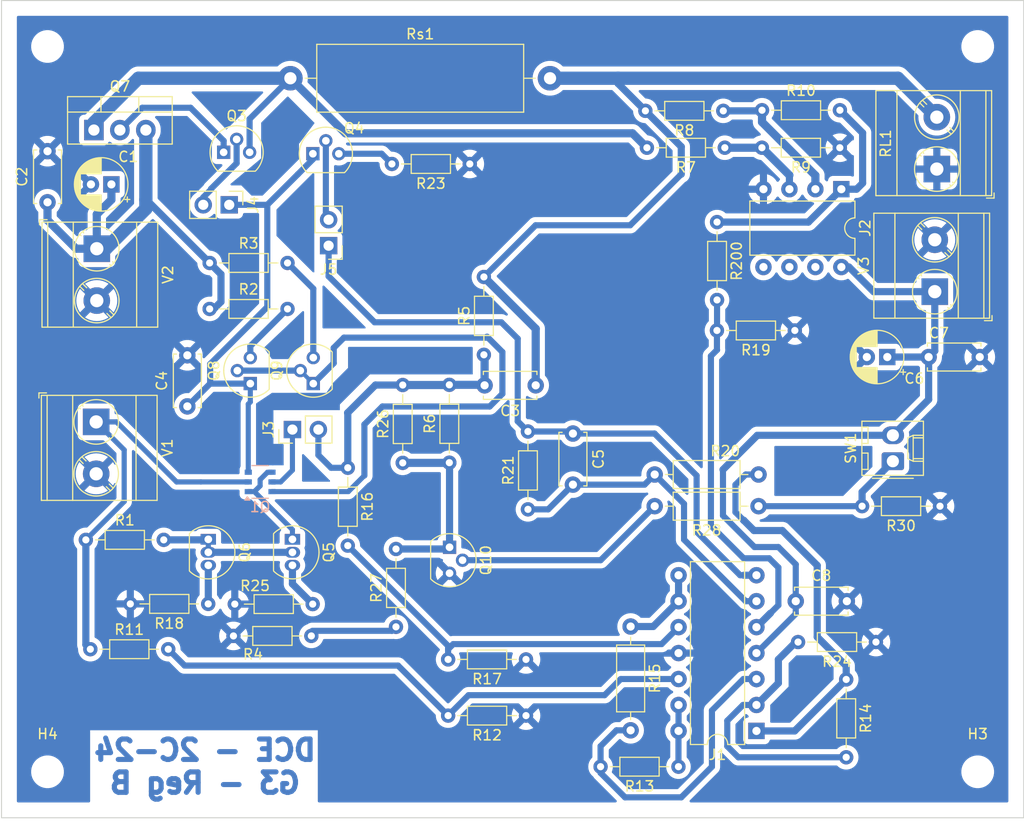
<source format=kicad_pcb>
(kicad_pcb (version 20240108) (generator "pcbnew") (generator_version "8.0")
  (layers (0 "F.Cu" signal) (31 "B.Cu" signal) (34 "B.Paste" user) (35 "F.Paste" user) (36 "B.SilkS" user "B.Silkscreen") (37 "F.SilkS" user "F.Silkscreen") (38 "B.Mask" user) (39 "F.Mask" user) (44 "Edge.Cuts" user))
  (net 0 "")
  (net 1 "Vreg")
  (net 2 "GND")
  (net 3 "Vref")
  (net 4 "Net-(R28-Pad1)")
  (net 5 "Net-(J1-Pin_3)")
  (net 6 "Vs1")
  (net 7 "Vs2")
  (net 8 "Net-(Q6-E)")
  (net 9 "Op2_V+")
  (net 10 "Op2_V-")
  (net 11 "Vref_C")
  (net 12 "Op2_Vout")
  (net 13 "Net-(Q4-E)")
  (net 14 "Net-(Q5-E)")
  (net 15 "Net-(J2-Pin_1)")
  (net 16 "Net-(J2-Pin_2)")
  (net 17 "Net-(Q10-D)")
  (net 18 "Vf")
  (net 19 "Net-(Q10-G)")
  (net 20 "Net-(Q5-B)")
  (net 21 "Net-(Q8-E)")
  (net 22 "Net-(Q9-E)")
  (net 23 "Net-(J2-Pin_3)")
  (net 24 "Net-(J1-Pin_2)")
  (net 25 "Net-(J1-Pin_12)")
  (net 26 "Net-(J1-Pin_13)")
  (net 27 "Net-(J1-Pin_8)")
  (net 28 "Net-(J1-Pin_10)")
  (net 29 "Net-(Q1A-E1)")
  (net 30 "Net-(Q3-C)")
  (net 31 "Vb")
  (net 32 "Net-(Q1A-C1)")
  (net 36 "V_sup")
  (net 37 "Net-(J3-Pin_1)")
  (net 38 "Net-(J4-Pin_2)")
  (net 39 "Net-(J5-Pin_2)")
  (net 40 "Net-(R27-Pad1)")
  (footprint "Resistor_THT:R_Axial_DIN0204_L3.6mm_D1.6mm_P7.62mm_Horizontal" (layer "F.Cu") (at 121.81 79.24 90)
    (property "Reference" "R6")
    (property "Value" "2,2k")
  )
  (footprint "Resistor_THT:R_Axial_DIN0207_L6.3mm_D2.5mm_P10.16mm_Horizontal" (layer "F.Cu") (at 152.06 83.5 180)
    (property "Reference" "R28")
    (property "Value" "1K")
  )
  (footprint "Package_TO_SOT_THT:TO-92" (layer "F.Cu") (at 102.34 71.5 90)
    (property "Reference" "Q8")
    (property "Value" "BC557C")
  )
  (footprint "Resistor_THT:R_Axial_DIN0207_L6.3mm_D2.5mm_P10.16mm_Horizontal" (layer "F.Cu") (at 152.06 80.4 180)
    (property "Reference" "R20")
    (property "Value" "2,2K")
  )
  (footprint "Resistor_THT:R_Axial_DIN0204_L3.6mm_D1.6mm_P7.62mm_Horizontal" (layer "F.Cu") (at 160.635 100.46 -90)
    (property "Reference" "R14")
    (property "Value" "1K")
  )
  (footprint "Resistor_THT:R_Axial_DIN0204_L3.6mm_D1.6mm_P7.62mm_Horizontal" (layer "F.Cu") (at 98.36 64.19)
    (property "Reference" "R2")
    (property "Value" "100")
  )
  (footprint "Resistor_THT:R_Axial_DIN0204_L3.6mm_D1.6mm_P7.62mm_Horizontal" (layer "F.Cu") (at 98.36 59.69)
    (property "Reference" "R3")
    (property "Value" "100")
  )
  (footprint "Connector_PinHeader_2.54mm:PinHeader_1x02_P2.54mm_Vertical" (layer "F.Cu") (at 106.46 76 90)
    (property "Reference" "J3")
    (property "Value" "Conn_01x02_Pin")
  )
  (footprint "Package_TO_SOT_THT:TO-92_Inline" (layer "F.Cu") (at 106.46 86.745 -90)
    (property "Reference" "Q5")
    (property "Value" "BC547")
  )
  (footprint "Capacitor_THT:CP_Radial_D5.0mm_P2.00mm" (layer "F.Cu") (at 164.655113 68.9 180)
    (property "Reference" "C6")
    (property "Value" "10u")
  )
  (footprint "Capacitor_THT:C_Disc_D5.0mm_W2.5mm_P5.00mm" (layer "F.Cu") (at 133.9 76.39 -90)
    (property "Reference" "C5")
    (property "Value" "120n")
  )
  (footprint "Capacitor_THT:CP_Radial_D5.0mm_P2.00mm" (layer "F.Cu") (at 88.75 52 180)
    (property "Reference" "C1")
    (property "Value" "10u")
  )
  (footprint "Resistor_THT:R_Axial_DIN0204_L3.6mm_D1.6mm_P7.62mm_Horizontal" (layer "F.Cu") (at 86.69 97.5)
    (property "Reference" "R11")
    (property "Value" "2,2k")
  )
  (footprint "Resistor_THT:R_Axial_Power_L20.0mm_W6.4mm_P25.40mm" (layer "F.Cu") (at 106.26 41.61)
    (property "Reference" "Rs1")
    (property "Value" "0,1K")
  )
  (footprint "Resistor_THT:R_Axial_DIN0204_L3.6mm_D1.6mm_P7.62mm_Horizontal" (layer "F.Cu") (at 148.61 44.8 180)
    (property "Reference" "R8")
    (property "Value" "2,2K")
  )
  (footprint "Resistor_THT:R_Axial_DIN0204_L3.6mm_D1.6mm_P7.62mm_Horizontal" (layer "F.Cu") (at 169.81 83.5 180)
    (property "Reference" "R30")
    (property "Value" "20k")
  )
  (footprint "MountingHole:MountingHole_2.7mm_M2.5" (layer "F.Cu") (at 82.5 38.5)
    (property "Reference" "H2")
    (property "Value" "MountingHole")
  )
  (footprint "Resistor_THT:R_Axial_DIN0204_L3.6mm_D1.6mm_P7.62mm_Horizontal" (layer "F.Cu") (at 116.59 95.31 90)
    (property "Reference" "R27")
    (property "Value" "1,2K")
  )
  (footprint "Resistor_THT:R_Axial_DIN0204_L3.6mm_D1.6mm_P7.62mm_Horizontal" (layer "F.Cu") (at 111.875 79.74 -90)
    (property "Reference" "R16")
    (property "Value" "1k")
  )
  (footprint "Resistor_THT:R_Axial_DIN0204_L3.6mm_D1.6mm_P7.62mm_Horizontal" (layer "F.Cu") (at 144.225 109 180)
    (property "Reference" "R13")
    (property "Value" "1,1k")
  )
  (footprint "Resistor_THT:R_Axial_DIN0204_L3.6mm_D1.6mm_P7.62mm_Horizontal" (layer "F.Cu") (at 129.5 83.81 90)
    (property "Reference" "R21")
    (property "Value" "82K")
  )
  (footprint "Capacitor_THT:C_Disc_D5.0mm_W2.5mm_P5.00mm" (layer "F.Cu") (at 96.18 73.73 90)
    (property "Reference" "C4")
    (property "Value" "22n")
  )
  (footprint "Resistor_THT:R_Axial_DIN0204_L3.6mm_D1.6mm_P7.62mm_Horizontal" (layer "F.Cu") (at 155.61 66.3 180)
    (property "Reference" "R19")
    (property "Value" "82K")
  )
  (footprint "Resistor_THT:R_Axial_DIN0204_L3.6mm_D1.6mm_P7.62mm_Horizontal" (layer "F.Cu") (at 117.25 79.26 90)
    (property "Reference" "R26")
    (property "Value" "2,7k")
  )
  (footprint "Resistor_THT:R_Axial_DIN0204_L3.6mm_D1.6mm_P7.62mm_Horizontal" (layer "F.Cu") (at 98.22 93.065 180)
    (property "Reference" "R18")
    (property "Value" "820")
  )
  (footprint "MountingHole:MountingHole_2.7mm_M2.5" (layer "F.Cu") (at 173.5 38.5)
    (property "Reference" "H1")
    (property "Value" "MountingHole")
  )
  (footprint "Package_DIP:DIP-14_W7.62mm" (layer "F.Cu") (at 151.855 105.5 180)
    (property "Reference" "J1")
    (property "Value" "Conn_02x07_Counter_Clockwise_MountingPin")
  )
  (footprint "Connector_Molex:Molex_KK-254_AE-6410-02A_1x02_P2.54mm_Vertical" (layer "F.Cu") (at 165.2 79.1 90)
    (property "Reference" "SW1")
    (property "Value" "SW_DIP_x01")
  )
  (footprint "MountingHole:MountingHole_2.7mm_M2.5" (layer "F.Cu") (at 82.5 109.5)
    (property "Reference" "H4")
    (property "Value" "MountingHole")
  )
  (footprint "Resistor_THT:R_Axial_DIN0204_L3.6mm_D1.6mm_P7.62mm_Horizontal" (layer "F.Cu") (at 163.545 96.8 180)
    (property "Reference" "R24")
    (property "Value" "1K")
  )
  (footprint "Package_TO_SOT_THT:TO-92_Inline" (layer "F.Cu") (at 98.23 86.745 -90)
    (property "Reference" "Q6")
    (property "Value" "BC547")
  )
  (footprint "Resistor_THT:R_Axial_DIN0204_L3.6mm_D1.6mm_P7.62mm_Horizontal" (layer "F.Cu") (at 123.81 50 180)
    (property "Reference" "R23")
    (property "Value" "75")
  )
  (footprint "TerminalBlock_Phoenix:TerminalBlock_Phoenix_MKDS-3-2-5.08_1x02_P5.08mm_Horizontal" (layer "F.Cu") (at 87.32 58.295 -90)
    (property "Reference" "V2")
    (property "Value" "6.35")
  )
  (footprint "Resistor_THT:R_Axial_DIN0204_L3.6mm_D1.6mm_P7.62mm_Horizontal" (layer "F.Cu") (at 148 55.69 -90)
    (property "Reference" "R200")
    (property "Value" "2,2K")
  )
  (footprint "Capacitor_THT:C_Disc_D5.0mm_W2.5mm_P5.00mm" (layer "F.Cu") (at 130.26 71.67 180)
    (property "Reference" "C3")
    (property "Value" "1n")
  )
  (footprint "Resistor_THT:R_Axial_DIN0204_L3.6mm_D1.6mm_P7.62mm_Horizontal" (layer "F.Cu") (at 148.76 48.41 180)
    (property "Reference" "R7")
    (property "Value" "2,2K")
  )
  (footprint "Package_TO_SOT_THT:TO-92" (layer "F.Cu") (at 99.73 48.86)
    (property "Reference" "Q3")
    (property "Value" "2N2222")
  )
  (footprint "Capacitor_THT:C_Disc_D5.0mm_W2.5mm_P5.00mm" (layer "F.Cu") (at 168.7 68.9)
    (property "Reference" "C7")
    (property "Value" "10n")
  )
  (footprint "Capacitor_THT:C_Disc_D5.0mm_W2.5mm_P5.00mm" (layer "F.Cu") (at 155.7 92.8)
    (property "Reference" "C8")
    (property "Value" "10n")
  )
  (footprint "MountingHole:MountingHole_2.7mm_M2.5" (layer "F.Cu") (at 173.5 109.5)
    (property "Reference" "H3")
    (property "Value" "MountingHole")
  )
  (footprint "TerminalBlock_Phoenix:TerminalBlock_Phoenix_MKDS-3-2-5.08_1x02_P5.08mm_Horizontal" (layer "F.Cu") (at 169.3 62.5 90)
    (property "Reference" "V3")
    (property "Value" "6")
  )
  (footprint "Package_TO_SOT_THT:TO-92" (layer "F.Cu") (at 108.46 49)
    (property "Reference" "Q4")
    (property "Value" "2N2222")
  )
  (footprint "TerminalBlock_Phoenix:TerminalBlock_Phoenix_MKDS-3-2-5.08_1x02_P5.08mm_Horizontal" (layer "F.Cu") (at 87.26 75.25 -90)
    (property "Reference" "V1")
    (property "Value" "1,2")
  )
  (footprint "Resistor_THT:R_Axial_DIN0204_L3.6mm_D1.6mm_P7.62mm_Horizontal" (layer "F.Cu") (at 152.4 44.74)
    (property "Reference" "R10")
    (property "Value" "22K")
  )
  (footprint "Resistor_THT:R_Axial_DIN0204_L3.6mm_D1.6mm_P7.62mm_Horizontal" (layer "F.Cu") (at 100.69 96.2)
    (property "Reference" "R4")
    (property "Value" "20")
  )
  (footprint "Capacitor_THT:C_Disc_D5.0mm_W2.5mm_P5.00mm" (layer "F.Cu") (at 82.5 53.75 90)
    (property "Reference" "C2")
    (property "Value" "10n")
  )
  (footprint "Resistor_THT:R_Axial_DIN0204_L3.6mm_D1.6mm_P7.62mm_Horizontal" (layer "F.Cu") (at 129.31 98.5 180)
    (property "Reference" "R17")
    (property "Value" "11k")
  )
  (footprint "Package_TO_SOT_THT:TO-220-3_Vertical" (layer "F.Cu") (at 87.04 46.68)
    (property "Reference" "Q7")
    (property "Value" "TIP42C")
  )
  (footprint "Resistor_THT:R_Axial_DIN0204_L3.6mm_D1.6mm_P7.62mm_Horizontal" (layer "F.Cu") (at 129.31 104 180)
    (property "Reference" "R12")
    (property "Value" "910")
  )
  (footprint "TerminalBlock_Phoenix:TerminalBlock_Phoenix_MKDS-3-2-5.08_1x02_P5.08mm_Horizontal" (layer "F.Cu") (at 169.5 50.5 90)
    (property "Reference" "RL1")
    (property "Value" "R")
  )
  (footprint "Package_TO_SOT_THT:TO-92" (layer "F.Cu") (at 121.83 87.52 -90)
    (property "Reference" "Q10")
    (property "Value" "BS170")
  )
  (footprint "Resistor_THT:R_Axial_DIN0204_L3.6mm_D1.6mm_P7.62mm_Horizontal" (layer "F.Cu") (at 108.44 93.085 180)
    (property "Reference" "R25")
    (property "Value" "820")
  )
  (footprint "Resistor_THT:R_Axial_DIN0204_L3.6mm_D1.6mm_P7.62mm_Horizontal" (layer "F.Cu") (at 125.19 68.68 90)
    (property "Reference" "R5")
    (property "Value" "3,6K")
  )
  (footprint "Package_DIP:DIP-8_W7.62mm" (layer "F.Cu") (at 160.16 52.47 -90)
    (property "Reference" "J2")
    (property "Value" "OP295")
  )
  (footprint "Package_TO_SOT_THT:TO-92" (layer "F.Cu") (at 108.5 71.5 90)
    (property "Reference" "Q9")
    (property "Value" "BC557C")
  )
  (footprint "Resistor_THT:R_Axial_DIN0204_L3.6mm_D1.6mm_P7.62mm_Horizontal" (layer "F.Cu") (at 160.01 48.41 180)
    (property "Reference" "R9")
    (property "Value" "22K")
  )
  (footprint "Resistor_THT:R_Axial_DIN0207_L6.3mm_D2.5mm_P10.16mm_Horizontal" (layer "F.Cu") (at 139.545 95.28 -90)
    (property "Reference" "R15")
    (property "Value" "1k")
  )
  (footprint "Connector_PinHeader_2.54mm:PinHeader_1x02_P2.54mm_Vertical" (layer "F.Cu") (at 110 58 180)
    (property "Reference" "J5")
    (property "Value" "Conn_01x02_Pin")
  )
  (footprint "Resistor_THT:R_Axial_DIN0204_L3.6mm_D1.6mm_P7.62mm_Horizontal" (layer "F.Cu") (at 86.25 86.795)
    (property "Reference" "R1")
    (property "Value" "100")
  )
  (footprint "Connector_PinHeader_2.54mm:PinHeader_1x02_P2.54mm_Vertical" (layer "F.Cu") (at 100.275 54 -90)
    (property "Reference" "J4")
    (property "Value" "Conn_01x02_Pin")
  )
  (footprint "Package_SO:TSOP-6_1.65x3.05mm_P0.95mm" (layer "B.Cu") (at 103.3 81.125)
    (property "Reference" "Q1")
    (property "Value" "BC847BPN")
  )
  (gr_poly (pts (xy 113.5 66) (xy 109.5 62) (xy 109.5 66)) (stroke (width 0.2)) (fill solid) (layer "B.Cu"))
  (gr_poly (pts (xy 107.5 64.5) (xy 103.8 68) (xy 104.5 69) (xy 106 69) (xy 107.5 67.5)) (stroke (width 0.2)) (fill solid) (layer "B.Cu"))
  (gr_poly (pts (xy 153.7 82.4) (xy 153.7 77.7) (xy 163.1 77.7) (xy 163.1 79.6) (xy 160.3 82.4)) (stroke (width 0.2)) (fill solid) (layer "B.Cu"))
  (gr_poly (pts (xy 103.5 49.5) (xy 100.5 52) (xy 101.5 52) (xy 102.5 53) (xy 103.5 53) (xy 107 49.5)) (stroke (width 0.2)) (fill solid) (layer "B.Cu"))
  (gr_poly (pts (xy 112 70) (xy 110.5 71.5) (xy 109.5 73) (xy 111 73.5) (xy 114.5 70)) (stroke (width 0.2)) (fill solid) (layer "B.Cu"))
  (gr_poly (pts (xy 153.3 104.6) (xy 153.3 103) (xy 155.1 101.2) (xy 155.1 98.9) (xy 155.8 98.2) (xy 158.2 98.2) (xy 159.3 99.3) (xy 159.3 100.4) (xy 155.1 104.6)) (stroke (width 0.2)) (fill solid) (layer "B.Cu"))
  (gr_poly (pts (xy 103 79.4) (xy 103 73.5) (xy 104.5 72.5) (xy 104.5 79.4)) (stroke (width 0.2)) (fill solid) (layer "B.Cu"))
  (gr_poly (pts (xy 104.5 74) (xy 104.5 72.5) (xy 111 72.5) (xy 111 74)) (stroke (width 0.2)) (fill solid) (layer "B.Cu"))
  (gr_poly (pts (xy 108.5 60.5) (xy 105 57) (xy 105 54.5) (xy 108.5 51)) (stroke (width 0.2)) (fill solid) (layer "B.Cu"))
  (gr_poly (pts (xy 107 49.5) (xy 103.5 49.5) (xy 103.5 46) (xy 106 43.5) (xy 108.5 46) (xy 107 48)) (stroke (width 0.2)) (fill solid) (layer "B.Cu"))
  (gr_poly (pts (xy 107.5 78.5) (xy 110 81) (xy 107.5 81)) (stroke (width 0.2)) (fill solid) (layer "B.Cu"))
  (gr_poly (pts (xy 104.5 77.5) (xy 105.5 77.5) (xy 105.5 79.4) (xy 104.5 79.4)) (stroke (width 0.2)) (fill solid) (layer "B.Cu"))
  (gr_poly (pts (xy 112 70.5) (xy 124 70.5) (xy 124 68) (xy 112 68)) (stroke (width 0.2)) (fill solid) (layer "B.Cu"))
  (gr_poly (pts (xy 96.7 43) (xy 103.5 43) (xy 100 46.5)) (stroke (width 0.2)) (fill solid) (layer "B.Cu"))
  (gr_rect (start 78 34) (end 178 114) (stroke (width 0.1)) (fill none) (layer "Edge.Cuts"))
  (gr_text "DCE - 2C-24\nG3 - Reg B\n\n" (at 97.9 115 0) (layer "B.Cu") (effects (font (size 2 2) (thickness 0.5) (bold yes)) (justify bottom mirror)))
  (segment (start 87.32 58.295) (end 88.205 58.295) (width 1.3) (layer "B.Cu") (net 1))
  (segment (start 88.75 52) (end 88.75 53.5) (width 0.8) (layer "B.Cu") (net 1))
  (segment (start 99.47 60.8) (end 99.47 63.49) (width 0.7) (layer "B.Cu") (net 1))
  (segment (start 87.32 54.93) (end 87.32 58.295) (width 0.8) (layer "B.Cu") (net 1))
  (segment (start 88.205 58.295) (end 92.12 54.38) (width 1.3) (layer "B.Cu") (net 1))
  (segment (start 92.12 53.5) (end 92.12 46.68) (width 1.3) (layer "B.Cu") (net 1))
  (segment (start 92.12 54.38) (end 92.12 53.5) (width 1.3) (layer "B.Cu") (net 1))
  (segment (start 82.5 55.5) (end 85.295 58.295) (width 0.8) (layer "B.Cu") (net 1))
  (segment (start 88.75 53.5) (end 87.32 54.93) (width 0.8) (layer "B.Cu") (net 1))
  (segment (start 82.5 53.75) (end 82.5 55.5) (width 0.8) (layer "B.Cu") (net 1))
  (segment (start 99.47 63.49) (end 98.77 64.19) (width 0.7) (layer "B.Cu") (net 1))
  (segment (start 98.36 59.69) (end 99.47 60.8) (width 0.7) (layer "B.Cu") (net 1))
  (segment (start 98.36 59.69) (end 92.17 53.5) (width 0.7) (layer "B.Cu") (net 1))
  (segment (start 98.77 64.19) (end 98.36 64.19) (width 0.7) (layer "B.Cu") (net 1))
  (segment (start 92.17 53.5) (end 92.12 53.5) (width 0.6) (layer "B.Cu") (net 1))
  (segment (start 85.295 58.295) (end 87.32 58.295) (width 0.8) (layer "B.Cu") (net 1))
  (segment (start 90 83.045) (end 86.25 86.795) (width 0.508) (layer "B.Cu") (net 3))
  (segment (start 89.25 75.25) (end 95.125 81.125) (width 0.508) (layer "B.Cu") (net 3))
  (segment (start 89.25 75.25) (end 87.26 75.25) (width 0.508) (layer "B.Cu") (net 3))
  (segment (start 86.25 97.06) (end 86.69 97.5) (width 0.7) (layer "B.Cu") (net 3))
  (segment (start 90 77.99) (end 90 83.045) (width 0.508) (layer "B.Cu") (net 3))
  (segment (start 102.14 81.125) (end 97.5 81.125) (width 0.5) (layer "B.Cu") (net 3))
  (segment (start 87.26 75.25) (end 90 77.99) (width 0.508) (layer "B.Cu") (net 3))
  (segment (start 86.25 86.795) (end 86.25 97.06) (width 0.7) (layer "B.Cu") (net 3))
  (segment (start 95.125 81.125) (end 97.5 81.125) (width 0.508) (layer "B.Cu") (net 3))
  (segment (start 152.06 83.5) (end 162.19 83.5) (width 0.6) (layer "B.Cu") (net 4))
  (segment (start 162.19 82.11) (end 165.2 79.1) (width 0.7) (layer "B.Cu") (net 4))
  (segment (start 162.08 83.61) (end 162.19 83.5) (width 0.6) (layer "B.Cu") (net 4))
  (segment (start 162.19 83.5) (end 162.19 82.11) (width 0.7) (layer "B.Cu") (net 4))
  (segment (start 136.605 109.605) (end 139 112) (width 0.6) (layer "B.Cu") (net 5))
  (segment (start 147.5 103.5) (end 150.58 100.42) (width 0.6) (layer "B.Cu") (net 5))
  (segment (start 139 112) (end 144.5 112) (width 0.6) (layer "B.Cu") (net 5))
  (segment (start 136.605 109) (end 136.605 109.605) (width 0.6) (layer "B.Cu") (net 5))
  (segment (start 136.605 106.995) (end 136.605 109) (width 0.6) (layer "B.Cu") (net 5))
  (segment (start 147.5 109) (end 147.5 103.5) (width 0.6) (layer "B.Cu") (net 5))
  (segment (start 144.5 112) (end 147.5 109) (width 0.6) (layer "B.Cu") (net 5))
  (segment (start 151.855 100.42) (end 151.855 100.89) (width 0.7) (layer "B.Cu") (net 5))
  (segment (start 150.58 100.42) (end 151.855 100.42) (width 0.6) (layer "B.Cu") (net 5))
  (segment (start 138.16 105.44) (end 136.605 106.995) (width 0.6) (layer "B.Cu") (net 5))
  (segment (start 139.545 105.44) (end 138.16 105.44) (width 0.6) (layer "B.Cu") (net 5))
  (segment (start 139.73 47) (end 111.65 47) (width 0.8) (layer "B.Cu") (net 6))
  (segment (start 87.04 45.96) (end 87.04 46.68) (width 1.3) (layer "B.Cu") (net 6))
  (segment (start 102.27 45.6) (end 102.27 48.86) (width 0.6) (layer "B.Cu") (net 6))
  (segment (start 91.39 41.61) (end 87.04 45.96) (width 1.3) (layer "B.Cu") (net 6))
  (segment (start 106.26 41.61) (end 102.27 45.6) (width 0.6) (layer "B.Cu") (net 6))
  (segment (start 106.26 41.61) (end 91.39 41.61) (width 1.3) (layer "B.Cu") (net 6))
  (segment (start 141.14 48.41) (end 139.73 47) (width 0.8) (layer "B.Cu") (net 6))
  (segment (start 111.65 47) (end 106.26 41.61) (width 0.8) (layer "B.Cu") (net 6))
  (segment (start 131.66 41.61) (end 131.77 41.5) (width 1.3) (layer "B.Cu") (net 7))
  (segment (start 138.32 41.61) (end 165.69 41.61) (width 1.3) (layer "B.Cu") (net 7))
  (segment (start 144.5 51) (end 144.5 48.31) (width 0.7) (layer "B.Cu") (net 7))
  (segment (start 130.26 71.67) (end 130.26 66.13) (width 0.8) (layer "B.Cu") (net 7))
  (segment (start 130.26 66.13) (end 125.19 61.06) (width 0.8) (layer "B.Cu") (net 7))
  (segment (start 139.5 56) (end 144.5 51) (width 0.6) (layer "B.Cu") (net 7))
  (segment (start 165.69 41.61) (end 169.5 45.42) (width 1.3) (layer "B.Cu") (net 7))
  (segment (start 140.99 44.8) (end 138.32 42.13) (width 0.7) (layer "B.Cu") (net 7))
  (segment (start 125.19 61.06) (end 130.25 56) (width 0.6) (layer "B.Cu") (net 7))
  (segment (start 131.66 41.61) (end 138.32 41.61) (width 1.3) (layer "B.Cu") (net 7))
  (segment (start 144.5 48.31) (end 140.99 44.8) (width 0.7) (layer "B.Cu") (net 7))
  (segment (start 130.25 56) (end 139.5 56) (width 0.6) (layer "B.Cu") (net 7))
  (segment (start 138.32 42.13) (end 138.32 41.61) (width 0.7) (layer "B.Cu") (net 7))
  (segment (start 98.23 93.055) (end 98.22 93.065) (width 0.508) (layer "B.Cu") (net 8))
  (segment (start 98.23 89.285) (end 98.23 93.055) (width 0.7) (layer "B.Cu") (net 8))
  (segment (start 153.225 93.97) (end 154 93.195) (width 0.6) (layer "B.Cu") (net 9))
  (segment (start 148 66.29) (end 147.99 66.3) (width 0.6) (layer "B.Cu") (net 9))
  (segment (start 148 68.2) (end 147.99 68.19) (width 0.6) (layer "B.Cu") (net 9))
  (segment (start 154 93.195) (end 154 89.5) (width 0.6) (layer "B.Cu") (net 9))
  (segment (start 147.4 85.4) (end 147.4 68.8) (width 0.6) (layer "B.Cu") (net 9))
  (segment (start 147.4 68.8) (end 148 68.2) (width 0.6) (layer "B.Cu") (net 9))
  (segment (start 147.99 68.19) (end 147.99 66.3) (width 0.6) (layer "B.Cu") (net 9))
  (segment (start 150.6 88.6) (end 147.4 85.4) (width 0.6) (layer "B.Cu") (net 9))
  (segment (start 153.1 88.6) (end 150.6 88.6) (width 0.6) (layer "B.Cu") (net 9))
  (segment (start 148 63.31) (end 148 66.29) (width 0.6) (layer "B.Cu") (net 9))
  (segment (start 151.855 95.34) (end 153.225 93.97) (width 0.7) (layer "B.Cu") (net 9))
  (segment (start 154 89.5) (end 153.1 88.6) (width 0.6) (layer "B.Cu") (net 9))
  (segment (start 133.9 81.39) (end 140.91 81.39) (width 0.6) (layer "B.Cu") (net 10))
  (segment (start 144.77 86.77) (end 144.77 83.27) (width 0.6) (layer "B.Cu") (net 10))
  (segment (start 150.8 92.8) (end 151.855 92.8) (width 0.6) (layer "B.Cu") (net 10))
  (segment (start 144.77 86.77) (end 150.8 92.8) (width 0.6) (layer "B.Cu") (net 10))
  (segment (start 131.48 83.81) (end 133.9 81.39) (width 0.6) (layer "B.Cu") (net 10))
  (segment (start 140.91 81.39) (end 141.9 80.4) (width 0.6) (layer "B.Cu") (net 10))
  (segment (start 144.77 83.27) (end 141.9 80.4) (width 0.6) (layer "B.Cu") (net 10))
  (segment (start 129.5 83.81) (end 131.48 83.81) (width 0.6) (layer "B.Cu") (net 10))
  (segment (start 150.610366 84.88) (end 151.615183 85.884817) (width 0.7) (layer "B.Cu") (net 11))
  (segment (start 150.593948 84.88) (end 150.610366 84.88) (width 0.7) (layer "B.Cu") (net 11))
  (segment (start 160.635 99.135) (end 160.635 100.46) (width 0.7) (layer "B.Cu") (net 11))
  (segment (start 150.593948 84.88) (end 149.8 84.086052) (width 0.6) (layer "B.Cu") (net 11))
  (segment (start 151.855 105.5) (end 155.595 105.5) (width 0.7) (layer "B.Cu") (net 11))
  (segment (start 149.8 81.4) (end 150.8 80.4) (width 0.6) (layer "B.Cu") (net 11))
  (segment (start 149.8 84.086052) (end 149.8 81.4) (width 0.6) (layer "B.Cu") (net 11))
  (segment (start 151.615183 85.884817) (end 154.384817 85.884817) (width 0.7) (layer "B.Cu") (net 11))
  (segment (start 155.595 105.5) (end 160.635 100.46) (width 0.7) (layer "B.Cu") (net 11))
  (segment (start 150.8 80.4) (end 152.06 80.4) (width 0.6) (layer "B.Cu") (net 11))
  (segment (start 154.384817 85.884817) (end 157.8 89.3) (width 0.7) (layer "B.Cu") (net 11))
  (segment (start 157.8 96.3) (end 160.635 99.135) (width 0.7) (layer "B.Cu") (net 11))
  (segment (start 160.635 100.46) (end 160.66 100.435) (width 0.7) (layer "B.Cu") (net 11))
  (segment (start 157.8 89.3) (end 157.8 96.3) (width 0.7) (layer "B.Cu") (net 11))
  (segment (start 150.26 90.26) (end 146 86) (width 0.6) (layer "B.Cu") (net 12))
  (segment (start 114.5 65.5) (end 126.9 65.5) (width 0.6) (layer "B.Cu") (net 12))
  (segment (start 150.74 90.26) (end 150.26 90.26) (width 0.6) (layer "B.Cu") (net 12))
  (segment (start 126.9 65.5) (end 128.5 67.1) (width 0.6) (layer "B.Cu") (net 12))
  (segment (start 129.5 76.19) (end 133.7 76.19) (width 0.6) (layer "B.Cu") (net 12))
  (segment (start 151.855 90.26) (end 150.74 90.26) (width 0.7) (layer "B.Cu") (net 12))
  (segment (start 146 80.5) (end 141.89 76.39) (width 0.6) (layer "B.Cu") (net 12))
  (segment (start 141.89 76.39) (end 133.9 76.39) (width 0.6) (layer "B.Cu") (net 12))
  (segment (start 110 61) (end 114.5 65.5) (width 0.6) (layer "B.Cu") (net 12))
  (segment (start 128.5 67.1) (end 128.5 75.19) (width 0.6) (layer "B.Cu") (net 12))
  (segment (start 110 58) (end 110 61) (width 0.6) (layer "B.Cu") (net 12))
  (segment (start 128.5 75.19) (end 129.5 76.19) (width 0.6) (layer "B.Cu") (net 12))
  (segment (start 150.74 90.26) (end 150.616076 90.26) (width 0.7) (layer "B.Cu") (net 12))
  (segment (start 133.7 76.19) (end 133.9 76.39) (width 0.6) (layer "B.Cu") (net 12))
  (segment (start 146 86) (end 146 80.5) (width 0.6) (layer "B.Cu") (net 12))
  (segment (start 111 49) (end 115.19 49) (width 0.6) (layer "B.Cu") (net 13))
  (segment (start 115.19 49) (end 116.19 50) (width 0.6) (layer "B.Cu") (net 13))
  (segment (start 106.46 91.105) (end 108.44 93.085) (width 0.7) (layer "B.Cu") (net 14))
  (segment (start 106.46 89.285) (end 106.46 91.105) (width 0.7) (layer "B.Cu") (net 14))
  (segment (start 162.24 51.88) (end 161.65 52.47) (width 0.7) (layer "B.Cu") (net 15))
  (segment (start 148 55.69) (end 156.94 55.69) (width 0.7) (layer "B.Cu") (net 15))
  (segment (start 156.94 55.69) (end 160.16 52.47) (width 0.7) (layer "B.Cu") (net 15))
  (segment (start 160.02 44.74) (end 162.24 46.96) (width 0.7) (layer "B.Cu") (net 15))
  (segment (start 161.65 52.47) (end 160.16 52.47) (width 0.7) (layer "B.Cu") (net 15))
  (segment (start 162.24 46.96) (end 162.24 51.88) (width 0.7) (layer "B.Cu") (net 15))
  (segment (start 152.4 44.923948) (end 152.4 44.74) (width 0.7) (layer "B.Cu") (net 16))
  (segment (start 152.4 45.9) (end 157.62 51.12) (width 0.8) (layer "B.Cu") (net 16))
  (segment (start 157.62 51.12) (end 157.62 52.47) (width 0.8) (layer "B.Cu") (net 16))
  (segment (start 148.61 44.8) (end 152.34 44.8) (width 0.7) (layer "B.Cu") (net 16))
  (segment (start 152.34 44.8) (end 152.4 44.74) (width 0.7) (layer "B.Cu") (net 16))
  (segment (start 152.4 44.74) (end 152.4 45.9) (width 0.8) (layer "B.Cu") (net 16))
  (segment (start 121.66 87.69) (end 121.83 87.52) (width 0.7) (layer "B.Cu") (net 17))
  (segment (start 121.79 79.26) (end 121.81 79.24) (width 0.8) (layer "B.Cu") (net 17))
  (segment (start 121.83 79.26) (end 121.81 79.24) (width 0.7) (layer "B.Cu") (net 17))
  (segment (start 121.77 79.2) (end 121.81 79.24) (width 0.7) (layer "B.Cu") (net 17))
  (segment (start 116.59 87.69) (end 121.66 87.69) (width 0.7) (layer "B.Cu") (net 17))
  (segment (start 117.25 79.26) (end 121.79 79.26) (width 0.8) (layer "B.Cu") (net 17))
  (segment (start 121.83 87.52) (end 121.83 79.26) (width 0.7) (layer "B.Cu") (net 17))
  (segment (start 125.26 71.67) (end 125.26 68.75) (width 0.8) (layer "B.Cu") (net 18))
  (segment (start 121.81 71.62) (end 125.21 71.62) (width 0.8) (layer "B.Cu") (net 18))
  (segment (start 125.26 68.75) (end 125.19 68.68) (width 0.8) (layer "B.Cu") (net 18))
  (segment (start 111.86 74.36) (end 114.58 71.64) (width 0.7) (layer "B.Cu") (net 18))
  (segment (start 121.79 71.64) (end 121.81 71.62) (width 0.8) (layer "B.Cu") (net 18))
  (segment (start 125.21 71.62) (end 125.26 71.67) (width 0.8) (layer "B.Cu") (net 18))
  (segment (start 109 78.5) (end 110.24 79.74) (width 0.6) (layer "B.Cu") (net 18))
  (segment (start 111.86 74.36) (end 111.875 74.375) (width 0.7) (layer "B.Cu") (net 18))
  (segment (start 110.24 79.74) (end 111.875 79.74) (width 0.6) (layer "B.Cu") (net 18))
  (segment (start 114.58 71.64) (end 117.25 71.64) (width 0.7) (layer "B.Cu") (net 18))
  (segment (start 111.875 74.375) (end 111.875 79.74) (width 0.7) (layer "B.Cu") (net 18))
  (segment (start 117.25 71.64) (end 121.79 71.64) (width 0.8) (layer "B.Cu") (net 18))
  (segment (start 109 76) (end 109 78.5) (width 0.6) (layer "B.Cu") (net 18))
  (segment (start 123.1 88.79) (end 136.61 88.79) (width 0.6) (layer "B.Cu") (net 19))
  (segment (start 136.61 88.79) (end 141.9 83.5) (width 0.6) (layer "B.Cu") (net 19))
  (segment (start 93.87 86.795) (end 98.18 86.795) (width 0.7) (layer "B.Cu") (net 20))
  (segment (start 98.23 88.015) (end 106.46 88.015) (width 0.7) (layer "B.Cu") (net 20))
  (segment (start 98.23 88.015) (end 98.23 86.745) (width 0.508) (layer "B.Cu") (net 20))
  (segment (start 98.18 86.795) (end 98.23 86.745) (width 0.508) (layer "B.Cu") (net 20))
  (segment (start 102.34 67.83) (end 105.98 64.19) (width 0.6) (layer "B.Cu") (net 21))
  (segment (start 102.34 68.96) (end 102.34 67.83) (width 0.6) (layer "B.Cu") (net 21))
  (segment (start 108.5 68.96) (end 108.5 62.21) (width 0.6) (layer "B.Cu") (net 22))
  (segment (start 108.5 62.21) (end 105.98 59.69) (width 0.6) (layer "B.Cu") (net 22))
  (segment (start 155.08 52.47) (end 155.08 51.1) (width 0.7) (layer "B.Cu") (net 23))
  (segment (start 148.76 48.41) (end 152.39 48.41) (width 0.8) (layer "B.Cu") (net 23))
  (segment (start 152.39 48.41) (end 155.08 51.1) (width 0.8) (layer "B.Cu") (net 23))
  (segment (start 155.7 96.8) (end 155.925 96.8) (width 0.7) (layer "B.Cu") (net 24))
  (segment (start 154 98.5) (end 155.7 96.8) (width 0.7) (layer "B.Cu") (net 24))
  (segment (start 154 100.815) (end 154 98.5) (width 0.7) (layer "B.Cu") (net 24))
  (segment (start 149 107) (end 150.08 108.08) (width 0.6) (layer "B.Cu") (net 24))
  (segment (start 150.08 108.08) (end 160.635 108.08) (width 0.6) (layer "B.Cu") (net 24))
  (segment (start 151.855 102.96) (end 154 100.815) (width 0.7) (layer "B.Cu") (net 24))
  (segment (start 151.855 102.96) (end 150.54 102.96) (width 0.6) (layer "B.Cu") (net 24))
  (segment (start 149 104.5) (end 149 107) (width 0.6) (layer "B.Cu") (net 24))
  (segment (start 150.54 102.96) (end 149 104.5) (width 0.6) (layer "B.Cu") (net 24))
  (segment (start 116.79 99.1) (end 95.91 99.1) (width 0.6) (layer "B.Cu") (net 25))
  (segment (start 123.69 102) (end 121.69 104) (width 0.6) (layer "B.Cu") (net 25))
  (segment (start 121.69 104) (end 116.79 99.1) (width 0.6) (layer "B.Cu") (net 25))
  (segment (start 144.235 100.42) (end 138.58 100.42) (width 0.6) (layer "B.Cu") (net 25))
  (segment (start 138.58 100.42) (end 137 102) (width 0.6) (layer "B.Cu") (net 25))
  (segment (start 137 102) (end 123.69 102) (width 0.6) (layer "B.Cu") (net 25))
  (segment (start 95.91 99.1) (end 94.31 97.5) (width 0.6) (layer "B.Cu") (net 25))
  (segment (start 144.235 102.96) (end 144.235 105.5) (width 0.6) (layer "B.Cu") (net 26))
  (segment (start 144.225 109) (end 144.225 105.51) (width 0.6) (layer "B.Cu") (net 26))
  (segment (start 144.225 105.51) (end 144.235 105.5) (width 0.6) (layer "B.Cu") (net 26))
  (segment (start 141.755 95.28) (end 144.235 92.8) (width 0.7) (layer "B.Cu") (net 27))
  (segment (start 139.545 95.28) (end 141.755 95.28) (width 0.7) (layer "B.Cu") (net 27))
  (segment (start 144.235 92.8) (end 144.235 90.26) (width 0.7) (layer "B.Cu") (net 27))
  (segment (start 144.235 95.34) (end 142.575 97) (width 0.6) (layer "B.Cu") (net 28))
  (segment (start 122.19 97) (end 121.69 97.5) (width 0.6) (layer "B.Cu") (net 28))
  (segment (start 121.69 97.5) (end 121.69 98.5) (width 0.6) (layer "B.Cu") (net 28))
  (segment (start 121.69 97.175) (end 121.69 97.5) (width 0.6) (layer "B.Cu") (net 28))
  (segment (start 142.575 97) (end 122.19 97) (width 0.6) (layer "B.Cu") (net 28))
  (segment (start 111.875 87.36) (end 121.69 97.175) (width 0.6) (layer "B.Cu") (net 28))
  (segment (start 106.46 85.8) (end 102.735 82.075) (width 0.5) (layer "B.Cu") (net 29))
  (segment (start 106.46 86.745) (end 106.46 85.8) (width 0.5) (layer "B.Cu") (net 29))
  (segment (start 103.3 81.51) (end 103.3 80.9) (width 0.5) (layer "B.Cu") (net 29))
  (segment (start 104.025 80.175) (end 104.46 80.175) (width 0.5) (layer "B.Cu") (net 29))
  (segment (start 102.14 82.075) (end 102.735 82.075) (width 0.5) (layer "B.Cu") (net 29))
  (segment (start 103.3 80.9) (end 104.025 80.175) (width 0.5) (layer "B.Cu") (net 29))
  (segment (start 102.735 82.075) (end 103.3 81.51) (width 0.5) (layer "B.Cu") (net 29))
  (segment (start 96.5 44.5) (end 99.73 47.73) (width 0.6) (layer "B.Cu") (net 30))
  (segment (start 89.58 46.68) (end 91.76 44.5) (width 0.6) (layer "B.Cu") (net 30))
  (segment (start 99.73 47.73) (end 99.73 48.86) (width 0.6) (layer "B.Cu") (net 30))
  (segment (start 91.76 44.5) (end 96.5 44.5) (width 0.6) (layer "B.Cu") (net 30))
  (segment (start 104 64) (end 104 54) (width 0.6) (layer "B.Cu") (net 31))
  (segment (start 107 51) (end 108.46 49.54) (width 0.6) (layer "B.Cu") (net 31))
  (segment (start 108.46 49.54) (end 108.46 49) (width 0.6) (layer "B.Cu") (net 31))
  (segment (start 96.18 73.73) (end 98.41 71.5) (width 0.6) (layer "B.Cu") (net 31))
  (segment (start 98.41 69.59) (end 98.41 71.5) (width 0.6) (layer "B.Cu") (net 31))
  (segment (start 102.14 73.504069) (end 102.34 73.304069) (width 0.5) (layer "B.Cu") (net 31))
  (segment (start 102.34 73.304069) (end 102.34 71.5) (width 0.5) (layer "B.Cu") (net 31))
  (segment (start 102.35 71.51) (end 102.34 71.5) (width 0.4) (layer "B.Cu") (net 31))
  (segment (start 104 64) (end 98.41 69.59) (width 0.6) (layer "B.Cu") (net 31))
  (segment (start 98.41 71.5) (end 102.34 71.5) (width 0.6) (layer "B.Cu") (net 31))
  (segment (start 100.275 54) (end 104 54) (width 0.6) (layer "B.Cu") (net 31))
  (segment (start 104 54) (end 107 51) (width 0.6) (layer "B.Cu") (net 31))
  (segment (start 102.14 80.175) (end 102.14 73.504069) (width 0.5) (layer "B.Cu") (net 31))
  (segment (start 110.5 68) (end 111.5 67) (width 0.6) (layer "B.Cu") (net 32))
  (segment (start 125.5 66.91) (end 127 68.41) (width 0.6) (layer "B.Cu") (net 32))
  (segment (start 113.5 80.5) (end 111.925 82.075) (width 0.5) (layer "B.Cu") (net 32))
  (segment (start 115.26 73.74) (end 113.5 75.5) (width 0.6) (layer "B.Cu") (net 32))
  (segment (start 111.925 82.075) (end 104.46 82.075) (width 0.5) (layer "B.Cu") (net 32))
  (segment (start 108.5 71.5) (end 110.5 69.5) (width 0.6) (layer "B.Cu") (net 32))
  (segment (start 125.76 73.74) (end 115.26 73.74) (width 0.6) (layer "B.Cu") (net 32))
  (segment (start 125.41 67) (end 125.5 66.91) (width 0.6) (layer "B.Cu") (net 32))
  (segment (start 127 68.41) (end 127 72.5) (width 0.6) (layer "B.Cu") (net 32))
  (segment (start 111.5 67) (end 125.41 67) (width 0.6) (layer "B.Cu") (net 32))
  (segment (start 113.5 75.5) (end 113.5 80.5) (width 0.6) (layer "B.Cu") (net 32))
  (segment (start 101.07 70.23) (end 107.23 70.23) (width 0.6) (layer "B.Cu") (net 32))
  (segment (start 110.5 69.5) (end 110.5 68) (width 0.6) (layer "B.Cu") (net 32))
  (segment (start 107.23 70.23) (end 108.5 71.5) (width 0.4) (layer "B.Cu") (net 32))
  (segment (start 127 72.5) (end 125.76 73.74) (width 0.6) (layer "B.Cu") (net 32))
  (segment (start 168.7 68.9) (end 164.655113 68.9) (width 0.7) (layer "B.Cu") (net 36))
  (segment (start 155.7 94.035) (end 151.855 97.88) (width 0.6) (layer "B.Cu") (net 36))
  (segment (start 160.91 60.09) (end 163.32 62.5) (width 0.7) (layer "B.Cu") (net 36))
  (segment (start 148.58 79.92) (end 148.58 84.42) (width 0.6) (layer "B.Cu") (net 36))
  (segment (start 155.7 89.2) (end 155.7 92.8) (width 0.6) (layer "B.Cu") (net 36))
  (segment (start 151.66 87.5) (end 154 87.5) (width 0.6) (layer "B.Cu") (net 36))
  (segment (start 168.7 73.06) (end 165.2 76.56) (width 0.7) (layer "B.Cu") (net 36))
  (segment (start 160.16 60.09) (end 160.91 60.09) (width 0.7) (layer "B.Cu") (net 36))
  (segment (start 148.58 79.92) (end 151.94 76.56) (width 0.7) (layer "B.Cu") (net 36))
  (segment (start 155.7 92.8) (end 155.7 94.035) (width 0.6) (layer "B.Cu") (net 36))
  (segment (start 169.3 62.5) (end 169.3 68.3) (width 0.7) (layer "B.Cu") (net 36))
  (segment (start 163.32 62.5) (end 169.3 62.5) (width 0.7) (layer "B.Cu") (net 36))
  (segment (start 148.58 84.42) (end 151.66 87.5) (width 0.6) (layer "B.Cu") (net 36))
  (segment (start 168.7 68.9) (end 168.7 73.06) (width 0.7) (layer "B.Cu") (net 36))
  (segment (start 151.94 76.56) (end 165.2 76.56) (width 0.7) (layer "B.Cu") (net 36))
  (segment (start 154 87.5) (end 155.7 89.2) (width 0.6) (layer "B.Cu") (net 36))
  (segment (start 169.3 68.3) (end 168.7 68.9) (width 0.7) (layer "B.Cu") (net 36))
  (segment (start 106.46 79.975) (end 106.46 76) (width 0.5) (layer "B.Cu") (net 37))
  (segment (start 105.31 81.125) (end 106.46 79.975) (width 0.5) (layer "B.Cu") (net 37))
  (segment (start 104.46 81.125) (end 105.31 81.125) (width 0.5) (layer "B.Cu") (net 37))
  (segment (start 97.735 53.265) (end 97.735 54) (width 0.6) (layer "B.Cu") (net 38))
  (segment (start 98.5 52.5) (end 97.735 53.265) (width 0.6) (layer "B.Cu") (net 38))
  (segment (start 98.5 52.43) (end 98.5 52.5) (width 0.6) (layer "B.Cu") (net 38))
  (segment (start 101 47.59) (end 101 49.93) (width 0.6) (layer "B.Cu") (net 38))
  (segment (start 101 49.93) (end 98.5 52.43) (width 0.6) (layer "B.Cu") (net 38))
  (segment (start 109.73 55.19) (end 109.73 47.73) (width 0.6) (layer "B.Cu") (net 39))
  (segment (start 110 55.46) (end 109.73 55.19) (width 0.6) (layer "B.Cu") (net 39))
  (segment (start 108.41 95.7) (end 116.2 95.7) (width 0.6) (layer "B.Cu") (net 40))
  (segment (start 116.2 95.7) (end 116.59 95.31) (width 0.6) (layer "B.Cu") (net 40))
  (zone (net 2) (net_name "GND") (layer "B.Cu") (connect_pads (clearance 0.5)) (min_thickness 0.25) (fill yes (thermal_gap 0.7) (thermal_bridge_width 0.7))
    (polygon (pts (xy 79.5 35.5) (xy 176.5 35.5) (xy 176.5 112.5) (xy 79.5 112.5)))
  )
)
</source>
